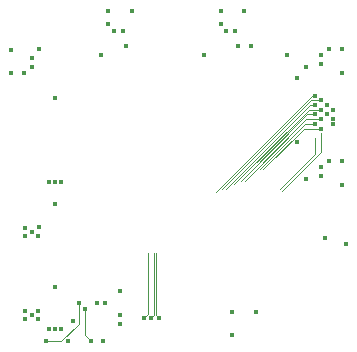
<source format=gbl>
G04*
G04 #@! TF.GenerationSoftware,Altium Limited,Altium Designer,24.6.1 (21)*
G04*
G04 Layer_Physical_Order=4*
G04 Layer_Color=16711680*
%FSLAX44Y44*%
%MOMM*%
G71*
G04*
G04 #@! TF.SameCoordinates,62AED817-F39D-4985-B1AB-8BE26FD2EB72*
G04*
G04*
G04 #@! TF.FilePolarity,Positive*
G04*
G01*
G75*
%ADD49C,0.1000*%
%ADD52C,0.4000*%
D49*
X172500Y115000D02*
X177500Y110000D01*
X172500Y115000D02*
Y137500D01*
X152500Y110000D02*
X167500Y125000D01*
Y142500D01*
X140000Y110000D02*
X152500D01*
X235000Y130000D02*
Y130086D01*
X233000Y132086D02*
Y185000D01*
Y132086D02*
X235000Y130086D01*
X229000Y130000D02*
Y130086D01*
X231000Y132086D01*
Y185000D01*
X223000Y130000D02*
X226000Y133000D01*
Y185000D01*
X338157Y239157D02*
X367500Y268500D01*
Y282000D01*
X339392Y237392D02*
X372500Y270500D01*
Y286000D01*
X365000Y318000D02*
X367500D01*
X358000Y290000D02*
X372500D01*
X323685Y255685D02*
X358000Y290000D01*
X320531Y255531D02*
X359000Y294000D01*
X367500D01*
X308088Y246088D02*
X360000Y298000D01*
X372500D01*
X288963Y238963D02*
X364000Y314000D01*
X362000Y306000D02*
X372500D01*
X361000Y302000D02*
X367500D01*
X283316Y236316D02*
X365000Y318000D01*
X291758Y238758D02*
X363000Y310000D01*
X364000Y314000D02*
X372500D01*
X363000Y310000D02*
X367500D01*
X299060Y243060D02*
X362000Y306000D01*
X304886Y245886D02*
X361000Y302000D01*
D52*
X147500Y156250D02*
D03*
Y226250D02*
D03*
X127500Y132500D02*
D03*
X122000Y206000D02*
D03*
X133000Y199000D02*
D03*
X122000Y129000D02*
D03*
Y136000D02*
D03*
X133000Y129000D02*
D03*
Y136000D02*
D03*
X142500Y245000D02*
D03*
X147500D02*
D03*
X152500D02*
D03*
Y120000D02*
D03*
X147500Y316000D02*
D03*
X343750Y352500D02*
D03*
X273750D02*
D03*
X186250D02*
D03*
X394000Y192500D02*
D03*
X376000Y197500D02*
D03*
X317500Y135000D02*
D03*
X297500D02*
D03*
X202500Y132500D02*
D03*
X297500Y115250D02*
D03*
X202500Y124750D02*
D03*
X177500Y110000D02*
D03*
X140000D02*
D03*
X167500Y142500D02*
D03*
X172500Y137500D02*
D03*
X142500Y120000D02*
D03*
X147500D02*
D03*
X162500Y127500D02*
D03*
X158750Y110000D02*
D03*
X223000Y130000D02*
D03*
X235000D02*
D03*
X229000D02*
D03*
X202500Y152500D02*
D03*
X127500Y202500D02*
D03*
X122000Y199000D02*
D03*
X133450Y206450D02*
D03*
X382500Y294000D02*
D03*
Y298000D02*
D03*
X377500Y302000D02*
D03*
Y310000D02*
D03*
X382500Y306000D02*
D03*
X367500Y318000D02*
D03*
X372500Y314000D02*
D03*
X367500Y310000D02*
D03*
X372500Y306000D02*
D03*
X367500Y302000D02*
D03*
X372500Y298000D02*
D03*
X367500Y294000D02*
D03*
X372500Y290000D02*
D03*
X352500Y278750D02*
D03*
X182500Y142500D02*
D03*
X190000D02*
D03*
X360000Y247500D02*
D03*
X372500Y257500D02*
D03*
Y250000D02*
D03*
X379000Y262500D02*
D03*
X302500Y360000D02*
D03*
X292500Y372500D02*
D03*
X300000D02*
D03*
X287500Y379000D02*
D03*
X207500Y360000D02*
D03*
X197500Y372500D02*
D03*
X205000D02*
D03*
X192500Y379000D02*
D03*
X127500Y342500D02*
D03*
Y350000D02*
D03*
X121000Y337500D02*
D03*
X134000Y357500D02*
D03*
X390000Y242500D02*
D03*
X110000Y356250D02*
D03*
X212500Y390000D02*
D03*
X307500Y390000D02*
D03*
X390000Y337500D02*
D03*
Y357500D02*
D03*
X360000Y342500D02*
D03*
X372500Y352500D02*
D03*
Y345000D02*
D03*
X379000Y357500D02*
D03*
X390000Y262500D02*
D03*
X287500Y390000D02*
D03*
X192500D02*
D03*
X110000Y337500D02*
D03*
X313000Y360000D02*
D03*
X352500Y332500D02*
D03*
X187750Y110000D02*
D03*
M02*

</source>
